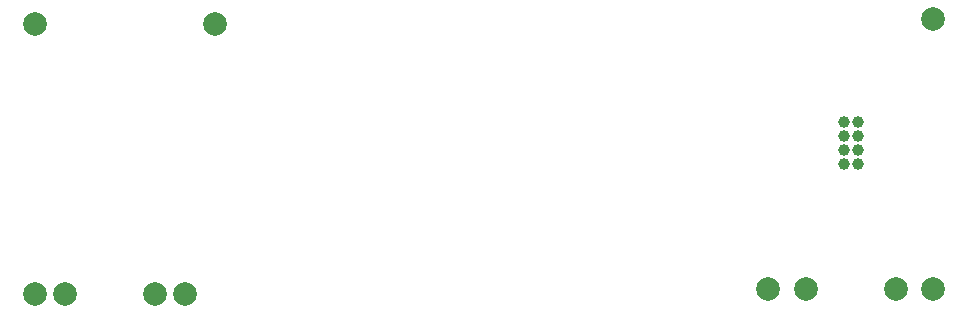
<source format=gbl>
G04 Layer: BottomLayer*
G04 EasyEDA Pro v1.7.27, 2022-09-03 12:30:42*
G04 Gerber Generator version 0.3*
G04 Scale: 100 percent, Rotated: No, Reflected: No*
G04 Dimensions in millimeters*
G04 Leading zeros omitted, absolute positions, 3 integers and 3 decimals*
%FSLAX33Y33*%
%MOMM*%
%ADD10C,2.000001*%
%ADD11C,1.999996*%
%ADD12C,0.00508*%
%ADD13C,0.999998*%
G75*


G04 Pad Start*
G54D10*
G01X26268Y28807D03*
G01X11028Y28807D03*
G01X11028Y5947D03*
G01X13568Y5947D03*
G01X21188Y5947D03*
G01X23728Y5947D03*
G54D11*
G01X73131Y6328D03*
G01X87101Y6328D03*
G01X87101Y29188D03*
G01X83926Y6328D03*
G01X76306Y6328D03*
G04 Pad End*

G04 Via Start*
G54D12*
G01X78345Y20520D03*
G54D13*
G01X79545Y20520D03*
G01X80745Y20520D03*
G54D12*
G01X78345Y19320D03*
G54D13*
G01X79545Y19320D03*
G01X80745Y19320D03*
G54D12*
G01X78345Y18120D03*
G54D13*
G01X79545Y18120D03*
G01X80745Y18120D03*
G54D12*
G01X78345Y16920D03*
G54D13*
G01X79545Y16920D03*
G01X80745Y16920D03*
G04 Via End*

M02*

</source>
